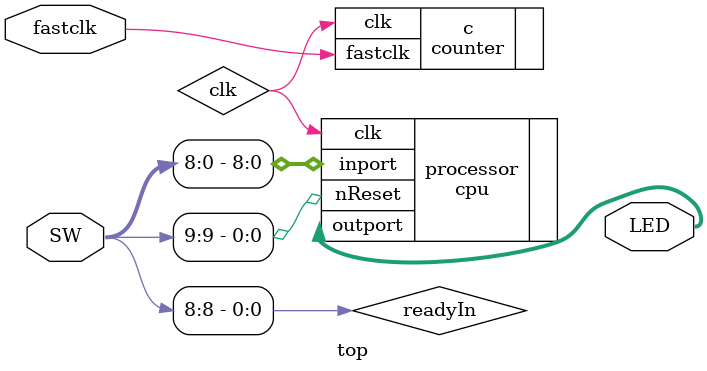
<source format=sv>


module top (
    input logic fastclk,   // 50MHz Altera DE0 clock
    input logic [9:0] SW,  // Switches SW0..SW9
    output logic [7:0] LED // LEDs 
); 
  
    logic clk; // slow clock, about 10Hz
    logic readyIn;

    `ifndef DEBOUNCING
        counter c (.fastclk(fastclk), .clk(clk));
        assign readyIn = SW[8];
    `else
        assign clk = fastclk;
        debouncer d (.clk(clk), .nReset(SW[9]), .in(SW[8]), .out(readyIn));
    `endif

    cpu processor (.clk(clk), .nReset(SW[9]), .inport({readyIn, SW[7:0]}), .outport(LED));
    
endmodule  
</source>
